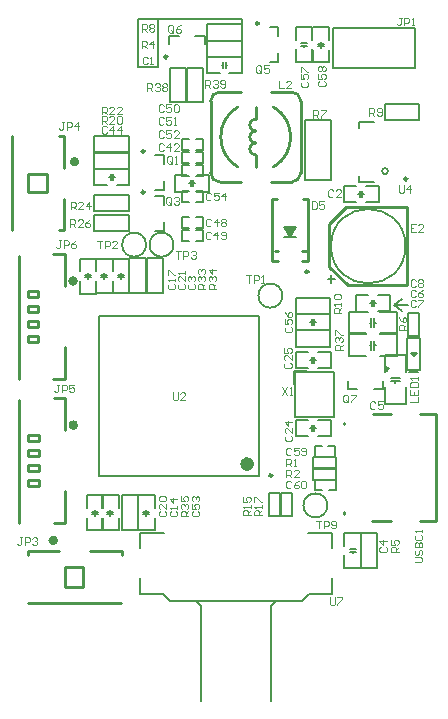
<source format=gto>
G04*
G04 #@! TF.GenerationSoftware,Altium Limited,Altium Designer,23.5.1 (21)*
G04*
G04 Layer_Color=65535*
%FSLAX44Y44*%
%MOMM*%
G71*
G04*
G04 #@! TF.SameCoordinates,D8F5AE86-2F01-4A25-AC6E-D886633190FF*
G04*
G04*
G04 #@! TF.FilePolarity,Positive*
G04*
G01*
G75*
%ADD10C,0.2500*%
%ADD11C,0.2540*%
%ADD12C,0.1500*%
%ADD13C,0.2000*%
%ADD14C,0.2032*%
%ADD15C,0.4000*%
%ADD16C,0.6000*%
%ADD17C,0.1524*%
%ADD18C,0.1016*%
D10*
X130701Y465130D02*
G03*
X130701Y465130I-1250J0D01*
G01*
X208182Y493550D02*
G03*
X208182Y493550I-1250J0D01*
G01*
X333860Y361810D02*
G03*
X333860Y361810I-1250J0D01*
G01*
X111400Y385030D02*
G03*
X111400Y385030I-1250J0D01*
G01*
Y350486D02*
G03*
X111400Y350486I-1250J0D01*
G01*
X219466Y110800D02*
G03*
X219466Y110800I-1250J0D01*
G01*
X317700Y201000D02*
G03*
X317700Y201000I-1250J0D01*
G01*
D11*
X220726Y371856D02*
G03*
X220726Y422656I-15240J25400D01*
G01*
X235966Y359156D02*
G03*
X243586Y366776I0J7620D01*
G01*
Y427736D02*
G03*
X235966Y435356I-7620J0D01*
G01*
X167386Y366776D02*
G03*
X175006Y359156I7620J0D01*
G01*
Y435356D02*
G03*
X167386Y427736I0J-7620D01*
G01*
X190246Y422656D02*
G03*
X190246Y371856I15240J-25400D01*
G01*
X205486Y402336D02*
G03*
X205486Y392176I0J-5080D01*
G01*
Y412496D02*
G03*
X205486Y402336I0J-5080D01*
G01*
Y392176D02*
G03*
X205486Y382016I0J-5080D01*
G01*
X250190Y283210D02*
G03*
X250190Y283210I-1270J0D01*
G01*
X218186Y435356D02*
X235966D01*
X243586Y366776D02*
Y427736D01*
X218186Y359156D02*
X235966D01*
X175006Y435356D02*
X192786D01*
X167386Y366776D02*
Y427736D01*
X175006Y359156D02*
X192786D01*
X205486Y412496D02*
Y422656D01*
Y371856D02*
Y382016D01*
X267736Y323300D02*
X282236Y337800D01*
X333736Y271800D02*
Y337800D01*
X282236D02*
X333736D01*
X267736Y287300D02*
Y323300D01*
Y287300D02*
X283236Y271800D01*
X333736D01*
X250190Y292100D02*
Y344500D01*
X219710D02*
X223900D01*
X219710Y292100D02*
Y344500D01*
X245750D02*
X250190D01*
X219710Y292100D02*
X224790D01*
X221450Y300990D02*
X224790D01*
X245110Y292100D02*
X250190D01*
X245110Y300990D02*
X248450D01*
X234950Y314452D02*
X237998Y320802D01*
X231902Y320040D02*
X234950Y314452D01*
X231902Y320040D02*
X235458D01*
X234951Y317271D02*
X235458Y320040D01*
X304384Y162415D02*
X319800D01*
X344383D02*
X358092D01*
X304321Y71840D02*
X319864D01*
X279842Y155027D02*
Y155405D01*
Y154152D02*
Y155027D01*
Y78275D02*
Y79529D01*
X358092Y71840D02*
Y162415D01*
X344319Y71840D02*
X358092D01*
X44172Y32854D02*
X59412D01*
Y16344D02*
Y32854D01*
X44172Y16344D02*
X59412D01*
X44172D02*
Y32854D01*
X12746Y2954D02*
X91816D01*
X12476Y43014D02*
Y46570D01*
X39146D01*
X65592D02*
X92262D01*
Y43014D02*
Y46570D01*
X34544Y176098D02*
X44450D01*
Y149428D02*
Y176098D01*
X12954Y102000D02*
X21844D01*
Y107080D01*
X12954D02*
X21844D01*
X12954Y102000D02*
Y107080D01*
Y114500D02*
X21844D01*
Y119580D01*
X12954D02*
X21844D01*
X12954Y114500D02*
Y119580D01*
Y127000D02*
X21844D01*
Y132080D01*
X12954D02*
X21844D01*
X12954Y127000D02*
Y132080D01*
Y139500D02*
Y144580D01*
X21844D01*
Y139500D02*
Y144580D01*
X12954Y139500D02*
X21844D01*
X5334Y70482D02*
Y174552D01*
X34544Y70482D02*
X44450D01*
Y97152D01*
X34290Y298126D02*
X44196D01*
Y271456D02*
Y298126D01*
X12700Y224028D02*
X21590D01*
Y229108D01*
X12700D02*
X21590D01*
X12700Y224028D02*
Y229108D01*
Y236528D02*
X21590D01*
Y241608D01*
X12700D02*
X21590D01*
X12700Y236528D02*
Y241608D01*
Y249028D02*
X21590D01*
Y254108D01*
X12700D02*
X21590D01*
X12700Y249028D02*
Y254108D01*
Y261528D02*
Y266608D01*
X21590D01*
Y261528D02*
Y266608D01*
X12700Y261528D02*
X21590D01*
X5080Y192510D02*
Y296580D01*
X34290Y192510D02*
X44196D01*
Y219180D01*
X29210Y351036D02*
Y366276D01*
X12700Y351036D02*
X29210D01*
X12700D02*
Y366276D01*
X29210D01*
X-690Y318632D02*
Y397702D01*
X39370Y397972D02*
X42926D01*
Y371302D02*
Y397972D01*
Y318186D02*
Y344856D01*
X39370Y318186D02*
X42926D01*
D12*
X317500Y368300D02*
G03*
X317500Y368300I-2540J0D01*
G01*
X238760Y198120D02*
X271780D01*
X238760Y160020D02*
Y198120D01*
Y160020D02*
X271780D01*
Y198120D01*
D13*
X332236Y304800D02*
G03*
X332236Y304800I-31500J0D01*
G01*
X154451Y482630D02*
X162451D01*
Y475630D02*
Y482630D01*
X132451D02*
X140451D01*
X132451Y475630D02*
Y482630D01*
X224432Y460550D02*
Y468550D01*
X217432Y460550D02*
X224432D01*
Y482550D02*
Y490550D01*
X217432D02*
X224432D01*
X293370Y359410D02*
X306070D01*
X293370D02*
Y364490D01*
Y410210D02*
X306070D01*
X293370Y405130D02*
Y410210D01*
X237744Y187960D02*
Y199390D01*
X237998D02*
X249174D01*
X127650Y352030D02*
Y360030D01*
X120650Y352030D02*
X127650D01*
Y374030D02*
Y382030D01*
X120650D02*
X127650D01*
Y317486D02*
Y325486D01*
X120650Y317486D02*
X127650D01*
Y339486D02*
Y347486D01*
X120650D02*
X127650D01*
X73216Y245300D02*
X208216D01*
X73216Y110300D02*
X208216D01*
X73216D02*
Y245300D01*
X208216Y110300D02*
Y245300D01*
X283450Y183500D02*
X291450D01*
X283450D02*
Y190500D01*
X305450Y183500D02*
X313450D01*
Y190500D01*
X340398Y455422D02*
Y489712D01*
X270618D02*
X340398D01*
X270618Y455422D02*
Y489712D01*
Y455422D02*
X340398D01*
D14*
X228092Y262890D02*
G03*
X228092Y262890I-10160J0D01*
G01*
X266192Y85344D02*
G03*
X266192Y85344I-10160J0D01*
G01*
X135890Y306070D02*
G03*
X135890Y306070I-10160J0D01*
G01*
X112693D02*
G03*
X112693Y306070I-10160J0D01*
G01*
X314706Y212344D02*
X332994D01*
X314706Y171196D02*
X332994D01*
Y197866D02*
Y212344D01*
X314706Y197866D02*
Y212344D01*
X332994Y171196D02*
Y185674D01*
X314706Y171196D02*
Y185674D01*
X325374Y211836D02*
Y230124D01*
X284226Y211836D02*
Y230124D01*
X310896Y211836D02*
X325374D01*
X310896Y230124D02*
X325374D01*
X284226Y211836D02*
X298704D01*
X284226Y230124D02*
X298704D01*
X325374Y230886D02*
Y249174D01*
X284226Y230886D02*
Y249174D01*
X310896Y230886D02*
X325374D01*
X310896Y249174D02*
X325374D01*
X284226Y230886D02*
X298704D01*
X284226Y249174D02*
X298704D01*
X247142Y360426D02*
Y411226D01*
X269494Y360426D02*
Y411226D01*
X247142Y360426D02*
X269494D01*
X247142Y411226D02*
X269494D01*
X234950Y312560D02*
X240030Y321450D01*
X229870D02*
X240030D01*
X229870D02*
X234950Y312560D01*
X229870D02*
X240030D01*
D15*
X36066Y55714D02*
G03*
X36066Y55714I-2000J0D01*
G01*
X53054Y153324D02*
G03*
X53054Y153324I-2000J0D01*
G01*
X52800Y275352D02*
G03*
X52800Y275352I-2000J0D01*
G01*
X54070Y376382D02*
G03*
X54070Y376382I-2000J0D01*
G01*
D16*
X201216Y120300D02*
G03*
X201216Y120300I-3000J0D01*
G01*
D17*
X226973Y95527D02*
X236625D01*
X226973Y76223D02*
Y95527D01*
Y76223D02*
X236625D01*
Y95527D01*
X216662Y95504D02*
X226314D01*
X216662Y76200D02*
Y95504D01*
Y76200D02*
X226314D01*
Y95504D01*
X322834Y254762D02*
X329692Y249936D01*
X322834Y254762D02*
X329438Y260096D01*
X322834Y254762D02*
X334772D01*
X323850Y193040D02*
Y194310D01*
Y189230D02*
Y190500D01*
X320040D02*
X327660D01*
X320040Y193040D02*
X327660D01*
X335280Y197866D02*
X342900D01*
X333247Y226822D02*
X344931D01*
X333247Y199898D02*
Y226822D01*
X339153Y211836D02*
X341693Y214376D01*
X336613D02*
X339153Y211836D01*
X336613Y214376D02*
X341693D01*
X333247Y199898D02*
X344931D01*
Y226822D01*
X334264Y248082D02*
X343916D01*
X334264Y228778D02*
Y248082D01*
Y228778D02*
X343916D01*
Y248082D01*
X306070Y220980D02*
X307340D01*
X302260D02*
X303530D01*
Y217170D02*
Y224790D01*
X306070Y217170D02*
Y224790D01*
Y240030D02*
X307340D01*
X302260D02*
X303530D01*
Y236220D02*
Y243840D01*
X306070Y236220D02*
Y243840D01*
X305816Y254000D02*
Y259080D01*
X303784Y254000D02*
Y259080D01*
X302514Y256540D02*
X303784D01*
X305816D02*
X307086D01*
X319550Y249682D02*
Y263398D01*
X290050Y249682D02*
Y263398D01*
X308864Y249682D02*
X319532D01*
X308864Y263398D02*
X319532D01*
X290068Y249428D02*
X300736D01*
X290068Y263398D02*
X300736D01*
X193951Y492648D02*
Y496824D01*
X122936Y456184D02*
Y496570D01*
X105918Y456184D02*
X122936D01*
X105918Y496824D02*
X193951D01*
X105918Y456184D02*
Y496824D01*
X258072Y474280D02*
X263152D01*
X258072Y476312D02*
X263152D01*
X260612D02*
Y477582D01*
Y473010D02*
Y474280D01*
X253754Y460546D02*
X267470D01*
X253754Y490046D02*
X267470D01*
X253754Y460564D02*
Y471232D01*
X267470Y460564D02*
Y471232D01*
X253500Y479360D02*
Y490028D01*
X267470Y479360D02*
Y490028D01*
X244102Y474409D02*
X249182D01*
X244102Y476441D02*
X249182D01*
X246642D02*
Y477711D01*
Y473139D02*
Y474409D01*
X239784Y460675D02*
X253500D01*
X239784Y490175D02*
X253500D01*
X239784Y460693D02*
Y471361D01*
X253500Y460693D02*
Y471361D01*
X239530Y479489D02*
Y490157D01*
X253500Y479489D02*
Y490157D01*
X164451Y492648D02*
X193951D01*
X164451Y478932D02*
Y492648D01*
Y478932D02*
X193951D01*
Y492648D01*
X164320Y478758D02*
X193820D01*
X164320Y465042D02*
Y478758D01*
Y465042D02*
X193820D01*
Y478758D01*
X178057Y455390D02*
Y460470D01*
X180089Y455390D02*
Y460470D01*
Y457930D02*
X181359D01*
X176786D02*
X178057D01*
X164322Y451072D02*
Y464788D01*
X193822Y451072D02*
Y464788D01*
X164340D02*
X175009D01*
X164340Y451072D02*
X175009D01*
X183137Y465042D02*
X193804D01*
X183137Y451072D02*
X193804D01*
X314559Y411734D02*
X344059D01*
Y425450D01*
X314559D02*
X344059D01*
X314559Y411734D02*
Y425450D01*
X295785Y346710D02*
Y351790D01*
X293753Y346710D02*
Y351790D01*
X292483Y349250D02*
X293753D01*
X295785D02*
X297055D01*
X309519Y342392D02*
Y356108D01*
X280019Y342392D02*
Y356108D01*
X298833Y342392D02*
X309501D01*
X298833Y356108D02*
X309501D01*
X280037Y342138D02*
X290705D01*
X280037Y356108D02*
X290705D01*
X266446Y277050D02*
X272446D01*
X269486Y274010D02*
Y280050D01*
X239309Y261239D02*
X268809D01*
X239309Y247523D02*
Y261239D01*
Y247523D02*
X268809D01*
Y261239D01*
X239250Y219710D02*
X268750D01*
Y233426D01*
X239250D02*
X268750D01*
X239250Y219710D02*
Y233426D01*
X252984Y237998D02*
Y243078D01*
X255016Y237998D02*
Y243078D01*
Y240538D02*
X256286D01*
X251714D02*
X252984D01*
X239250Y233680D02*
Y247396D01*
X268750Y233680D02*
Y247396D01*
X239268D02*
X249936D01*
X239268Y233680D02*
X249936D01*
X258064Y247650D02*
X268732D01*
X258064Y233680D02*
X268732D01*
X253115Y205740D02*
Y210820D01*
X255147Y205740D02*
Y210820D01*
Y208280D02*
X256417D01*
X251845D02*
X253115D01*
X239381Y201422D02*
Y215138D01*
X268881Y201422D02*
Y215138D01*
X239399D02*
X250067D01*
X239399Y201422D02*
X250067D01*
X258195Y215392D02*
X268863D01*
X258195Y201422D02*
X268863D01*
X255145Y148590D02*
Y153670D01*
X253113Y148590D02*
Y153670D01*
X251843Y151130D02*
X253113D01*
X255145D02*
X256415D01*
X268879Y144272D02*
Y157988D01*
X239379Y144272D02*
Y157988D01*
X258193Y144272D02*
X268861D01*
X258193Y157988D02*
X268861D01*
X239397Y144018D02*
X250065D01*
X239397Y157988D02*
X250065D01*
X255383Y126208D02*
Y135351D01*
X272883Y126208D02*
Y135351D01*
X266927D02*
X272883D01*
X255383Y126208D02*
X261339D01*
X266927D02*
X272882D01*
X255383Y135351D02*
X261339D01*
X273490Y116396D02*
Y126048D01*
X254186D02*
X273490D01*
X254186Y116396D02*
Y126048D01*
Y116396D02*
X273490D01*
X273558Y106934D02*
Y116586D01*
X254254D02*
X273558D01*
X254254Y106934D02*
Y116586D01*
Y106934D02*
X273558D01*
X273233Y97989D02*
Y107133D01*
X255733Y97989D02*
Y107133D01*
Y97989D02*
X261689D01*
X267277Y107133D02*
X273233D01*
X255733D02*
X261689D01*
X267277Y97989D02*
X273233D01*
X222608Y3976D02*
X224728D01*
X218787Y155D02*
X222608Y3976D01*
X218787Y-80264D02*
Y155D01*
X158787Y-80264D02*
Y-67183D01*
X154878Y3976D02*
X158787Y67D01*
Y-187D02*
Y67D01*
X153608Y3976D02*
X154458D01*
X158787Y-67183D02*
Y-187D01*
X107818Y9906D02*
X107888Y9976D01*
X127014D01*
X133014Y3976D01*
X244452D01*
X243016D02*
X244452D01*
X250452Y9976D01*
X250636D01*
X269564D01*
X269748D02*
Y24130D01*
X107818Y9976D02*
Y24130D01*
X249682Y61976D02*
X269880D01*
X107818D02*
X128016D01*
X269880Y49530D02*
Y61976D01*
X107818Y49530D02*
Y61976D01*
X284988Y46228D02*
X290068D01*
X284988Y48260D02*
X290068D01*
X287528D02*
Y49530D01*
Y44958D02*
Y46228D01*
X280670Y32494D02*
X294386D01*
X280670Y61994D02*
X294386D01*
X280670Y32512D02*
Y43180D01*
X294386Y32512D02*
Y43180D01*
X280416Y51308D02*
Y61976D01*
X294386Y51308D02*
Y61976D01*
X308356Y32494D02*
Y61994D01*
X294640D02*
X308356D01*
X294640Y32494D02*
Y61994D01*
Y32494D02*
X308356D01*
X80010Y80010D02*
X85090D01*
X80010Y77978D02*
X85090D01*
X82550Y76708D02*
Y77978D01*
Y80010D02*
Y81280D01*
X75692Y93744D02*
X89408D01*
X75692Y64244D02*
X89408D01*
Y83058D02*
Y93726D01*
X75692Y83058D02*
Y93726D01*
X89662Y64262D02*
Y74930D01*
X75692Y64262D02*
Y74930D01*
X66802Y80010D02*
X71882D01*
X66802Y77978D02*
X71882D01*
X69342Y76708D02*
Y77978D01*
Y80010D02*
Y81280D01*
X62484Y93744D02*
X76200D01*
X62484Y64244D02*
X76200D01*
Y83058D02*
Y93726D01*
X62484Y83058D02*
Y93726D01*
X76454Y64262D02*
Y74930D01*
X62484Y64262D02*
Y74930D01*
X105918Y64244D02*
Y93744D01*
X92202D02*
X105918D01*
X92202Y64244D02*
Y93744D01*
Y64244D02*
X105918D01*
X110490Y80010D02*
X115570D01*
X110490Y77978D02*
X115570D01*
X113030Y76708D02*
Y77978D01*
Y80010D02*
Y81280D01*
X106172Y93744D02*
X119888D01*
X106172Y64244D02*
X119888D01*
Y83058D02*
Y93726D01*
X106172Y83058D02*
Y93726D01*
X120142Y64262D02*
Y74930D01*
X106172Y64262D02*
Y74930D01*
X160659Y426461D02*
Y455961D01*
X146943D02*
X160659D01*
X146943Y426461D02*
Y455961D01*
Y426461D02*
X160659D01*
X132973D02*
Y455961D01*
Y426461D02*
X146689D01*
Y455961D01*
X132973D02*
X146689D01*
X160740Y375198D02*
Y384342D01*
X143240Y375198D02*
Y384342D01*
Y375198D02*
X149196D01*
X154784Y384342D02*
X160740D01*
X143240D02*
X149196D01*
X154784Y375198D02*
X160740D01*
X160723Y386133D02*
Y395277D01*
X143223Y386133D02*
Y395277D01*
Y386133D02*
X149179D01*
X154767Y395277D02*
X160722D01*
X143223D02*
X149179D01*
X154767Y386133D02*
X160722D01*
X160740Y364198D02*
Y373342D01*
X143240Y364198D02*
Y373342D01*
Y364198D02*
X149196D01*
X154784Y373342D02*
X160740D01*
X143240D02*
X149196D01*
X154784Y364198D02*
X160740D01*
X152523Y355346D02*
Y360426D01*
X150491Y355346D02*
Y360426D01*
X149221Y357886D02*
X150491D01*
X152523D02*
X153793D01*
X166257Y351028D02*
Y364744D01*
X136757Y351028D02*
Y364744D01*
X155571Y351028D02*
X166239D01*
X155571Y364744D02*
X166239D01*
X136775Y350774D02*
X147443D01*
X136775Y364744D02*
X147443D01*
X160740Y342198D02*
Y351342D01*
X143240Y342198D02*
Y351342D01*
Y342198D02*
X149196D01*
X154784Y351342D02*
X160740D01*
X143240D02*
X149196D01*
X154784Y342198D02*
X160740D01*
X160740Y320198D02*
Y329342D01*
X143240Y320198D02*
Y329342D01*
Y320198D02*
X149196D01*
X154784Y329342D02*
X160740D01*
X143240D02*
X149196D01*
X154784Y320198D02*
X160740D01*
X160570Y309118D02*
Y318262D01*
X143070Y309118D02*
Y318262D01*
Y309118D02*
X149026D01*
X154614Y318262D02*
X160570D01*
X143070D02*
X149026D01*
X154614Y309118D02*
X160570D01*
X127000Y265158D02*
Y294658D01*
X113284D02*
X127000D01*
X113284Y265158D02*
Y294658D01*
Y265158D02*
X127000D01*
X112268Y264904D02*
Y294404D01*
X98552D02*
X112268D01*
X98552Y264904D02*
Y294404D01*
Y264904D02*
X112268D01*
X88900Y278515D02*
X93980D01*
X88900Y280547D02*
X93980D01*
X91440D02*
Y281817D01*
Y277245D02*
Y278515D01*
X84582Y264781D02*
X98298D01*
X84582Y294281D02*
X98298D01*
X84582Y264799D02*
Y275467D01*
X98298Y264799D02*
Y275467D01*
X84328Y283595D02*
Y294263D01*
X98298Y283595D02*
Y294263D01*
X74930Y278515D02*
X80010D01*
X74930Y280547D02*
X80010D01*
X77470D02*
Y281817D01*
Y277245D02*
Y278515D01*
X70612Y264781D02*
X84328D01*
X70612Y294281D02*
X84328D01*
X70612Y264799D02*
Y275467D01*
X84328Y264799D02*
Y275467D01*
X70358Y283595D02*
Y294263D01*
X84328Y283595D02*
Y294263D01*
X60960Y278384D02*
X66040D01*
X60960Y280416D02*
X66040D01*
X63500D02*
Y281686D01*
Y277114D02*
Y278384D01*
X56642Y264650D02*
X70358D01*
X56642Y294150D02*
X70358D01*
X56642Y264668D02*
Y275336D01*
X70358Y264668D02*
Y275336D01*
X56388Y283464D02*
Y294132D01*
X70358Y283464D02*
Y294132D01*
X68941Y317754D02*
X98441D01*
Y331470D01*
X68941D02*
X98441D01*
X68941Y317754D02*
Y331470D01*
X68939Y347980D02*
X98439D01*
X68939Y334264D02*
Y347980D01*
Y334264D02*
X98439D01*
Y347980D01*
X82675Y360680D02*
Y365760D01*
X84707Y360680D02*
Y365760D01*
Y363220D02*
X85977D01*
X81405D02*
X82675D01*
X68941Y356362D02*
Y370078D01*
X98441Y356362D02*
Y370078D01*
X68959D02*
X79627D01*
X68959Y356362D02*
X79627D01*
X87755Y370332D02*
X98423D01*
X87755Y356362D02*
X98423D01*
X68941Y384048D02*
X98441D01*
X68941Y370332D02*
Y384048D01*
Y370332D02*
X98441D01*
Y384048D01*
X68941Y398018D02*
X98441D01*
X68941Y384302D02*
Y398018D01*
Y384302D02*
X98441D01*
Y398018D01*
D18*
X210769Y76833D02*
X204421D01*
Y80007D01*
X205479Y81065D01*
X207595D01*
X208653Y80007D01*
Y76833D01*
Y78949D02*
X210769Y81065D01*
Y83181D02*
Y85297D01*
Y84239D01*
X204421D01*
X205479Y83181D01*
X204421Y88471D02*
Y92703D01*
X205479D01*
X209711Y88471D01*
X210769D01*
X201117Y76821D02*
X194769D01*
Y79995D01*
X195827Y81053D01*
X197943D01*
X199001Y79995D01*
Y76821D01*
Y78937D02*
X201117Y81053D01*
Y83169D02*
Y85285D01*
Y84227D01*
X194769D01*
X195827Y83169D01*
X194769Y92691D02*
Y88459D01*
X197943D01*
X196885Y90575D01*
Y91633D01*
X197943Y92691D01*
X200059D01*
X201117Y91633D01*
Y89517D01*
X200059Y88459D01*
X256712Y72262D02*
X260944D01*
X258828D01*
Y65914D01*
X263060D02*
Y72262D01*
X266234D01*
X267292Y71204D01*
Y69088D01*
X266234Y68030D01*
X263060D01*
X269408Y66972D02*
X270466Y65914D01*
X272582D01*
X273640Y66972D01*
Y71204D01*
X272582Y72262D01*
X270466D01*
X269408Y71204D01*
Y70146D01*
X270466Y69088D01*
X273640D01*
X283930Y173906D02*
Y178138D01*
X282872Y179196D01*
X280756D01*
X279698Y178138D01*
Y173906D01*
X280756Y172848D01*
X282872D01*
X281814Y174964D02*
X283930Y172848D01*
X282872D02*
X283930Y173906D01*
X286046Y179196D02*
X290278D01*
Y178138D01*
X286046Y173906D01*
Y172848D01*
X235594Y105015D02*
X234536Y106073D01*
X232420D01*
X231362Y105015D01*
Y100783D01*
X232420Y99725D01*
X234536D01*
X235594Y100783D01*
X241942Y106073D02*
X239826Y105015D01*
X237710Y102899D01*
Y100783D01*
X238768Y99725D01*
X240884D01*
X241942Y100783D01*
Y101841D01*
X240884Y102899D01*
X237710D01*
X244058Y105015D02*
X245116Y106073D01*
X247232D01*
X248290Y105015D01*
Y100783D01*
X247232Y99725D01*
X245116D01*
X244058Y100783D01*
Y105015D01*
X235594Y133209D02*
X234536Y134267D01*
X232420D01*
X231362Y133209D01*
Y128977D01*
X232420Y127919D01*
X234536D01*
X235594Y128977D01*
X241942Y134267D02*
X237710D01*
Y131093D01*
X239826Y132151D01*
X240884D01*
X241942Y131093D01*
Y128977D01*
X240884Y127919D01*
X238768D01*
X237710Y128977D01*
X244058D02*
X245116Y127919D01*
X247232D01*
X248290Y128977D01*
Y133209D01*
X247232Y134267D01*
X245116D01*
X244058Y133209D01*
Y132151D01*
X245116Y131093D01*
X248290D01*
X329312Y498220D02*
X327196D01*
X328254D01*
Y492930D01*
X327196Y491872D01*
X326138D01*
X325080Y492930D01*
X331428Y491872D02*
Y498220D01*
X334602D01*
X335660Y497162D01*
Y495046D01*
X334602Y493988D01*
X331428D01*
X337776Y491872D02*
X339892D01*
X338834D01*
Y498220D01*
X337776Y497162D01*
X252774Y342772D02*
Y336424D01*
X255948D01*
X257006Y337482D01*
Y341714D01*
X255948Y342772D01*
X252774D01*
X263354D02*
X259122D01*
Y339598D01*
X261238Y340656D01*
X262296D01*
X263354Y339598D01*
Y337482D01*
X262296Y336424D01*
X260180D01*
X259122Y337482D01*
X162986Y439040D02*
Y445388D01*
X166160D01*
X167218Y444330D01*
Y442214D01*
X166160Y441156D01*
X162986D01*
X165102D02*
X167218Y439040D01*
X169334Y444330D02*
X170392Y445388D01*
X172508D01*
X173566Y444330D01*
Y443272D01*
X172508Y442214D01*
X171450D01*
X172508D01*
X173566Y441156D01*
Y440098D01*
X172508Y439040D01*
X170392D01*
X169334Y440098D01*
X175682D02*
X176740Y439040D01*
X178856D01*
X179914Y440098D01*
Y444330D01*
X178856Y445388D01*
X176740D01*
X175682Y444330D01*
Y443272D01*
X176740Y442214D01*
X179914D01*
X113710Y436246D02*
Y442594D01*
X116884D01*
X117942Y441536D01*
Y439420D01*
X116884Y438362D01*
X113710D01*
X115826D02*
X117942Y436246D01*
X120058Y441536D02*
X121116Y442594D01*
X123232D01*
X124290Y441536D01*
Y440478D01*
X123232Y439420D01*
X122174D01*
X123232D01*
X124290Y438362D01*
Y437304D01*
X123232Y436246D01*
X121116D01*
X120058Y437304D01*
X126406Y441536D02*
X127464Y442594D01*
X129580D01*
X130638Y441536D01*
Y440478D01*
X129580Y439420D01*
X130638Y438362D01*
Y437304D01*
X129580Y436246D01*
X127464D01*
X126406Y437304D01*
Y438362D01*
X127464Y439420D01*
X126406Y440478D01*
Y441536D01*
X127464Y439420D02*
X129580D01*
X135848Y486580D02*
Y490812D01*
X134790Y491870D01*
X132674D01*
X131616Y490812D01*
Y486580D01*
X132674Y485522D01*
X134790D01*
X133732Y487638D02*
X135848Y485522D01*
X134790D02*
X135848Y486580D01*
X142196Y491870D02*
X140080Y490812D01*
X137964Y488696D01*
Y486580D01*
X139022Y485522D01*
X141138D01*
X142196Y486580D01*
Y487638D01*
X141138Y488696D01*
X137964D01*
X210270Y452544D02*
Y456776D01*
X209212Y457834D01*
X207096D01*
X206038Y456776D01*
Y452544D01*
X207096Y451486D01*
X209212D01*
X208154Y453602D02*
X210270Y451486D01*
X209212D02*
X210270Y452544D01*
X216618Y457834D02*
X212386D01*
Y454660D01*
X214502Y455718D01*
X215560D01*
X216618Y454660D01*
Y452544D01*
X215560Y451486D01*
X213444D01*
X212386Y452544D01*
X259504Y444332D02*
X258446Y443274D01*
Y441158D01*
X259504Y440100D01*
X263736D01*
X264794Y441158D01*
Y443274D01*
X263736Y444332D01*
X258446Y450680D02*
Y446448D01*
X261620D01*
X260562Y448564D01*
Y449622D01*
X261620Y450680D01*
X263736D01*
X264794Y449622D01*
Y447506D01*
X263736Y446448D01*
X259504Y452796D02*
X258446Y453854D01*
Y455970D01*
X259504Y457028D01*
X260562D01*
X261620Y455970D01*
X262678Y457028D01*
X263736D01*
X264794Y455970D01*
Y453854D01*
X263736Y452796D01*
X262678D01*
X261620Y453854D01*
X260562Y452796D01*
X259504D01*
X261620Y453854D02*
Y455970D01*
X244518Y444078D02*
X243460Y443020D01*
Y440904D01*
X244518Y439846D01*
X248750D01*
X249808Y440904D01*
Y443020D01*
X248750Y444078D01*
X243460Y450426D02*
Y446194D01*
X246634D01*
X245576Y448310D01*
Y449368D01*
X246634Y450426D01*
X248750D01*
X249808Y449368D01*
Y447252D01*
X248750Y446194D01*
X243460Y452542D02*
Y456774D01*
X244518D01*
X248750Y452542D01*
X249808D01*
X228178Y185546D02*
X232410Y179198D01*
Y185546D02*
X228178Y179198D01*
X234526D02*
X236642D01*
X235584D01*
Y185546D01*
X234526Y184488D01*
X340234Y37046D02*
X345524D01*
X346582Y38104D01*
Y40220D01*
X345524Y41278D01*
X340234D01*
X341292Y47626D02*
X340234Y46568D01*
Y44452D01*
X341292Y43394D01*
X342350D01*
X343408Y44452D01*
Y46568D01*
X344466Y47626D01*
X345524D01*
X346582Y46568D01*
Y44452D01*
X345524Y43394D01*
X340234Y49742D02*
X346582D01*
Y52916D01*
X345524Y53974D01*
X344466D01*
X343408Y52916D01*
Y49742D01*
Y52916D01*
X342350Y53974D01*
X341292D01*
X340234Y52916D01*
Y49742D01*
X341292Y60322D02*
X340234Y59264D01*
Y57148D01*
X341292Y56090D01*
X345524D01*
X346582Y57148D01*
Y59264D01*
X345524Y60322D01*
X346582Y62438D02*
Y64554D01*
Y63496D01*
X340234D01*
X341292Y62438D01*
X268268Y7492D02*
Y2202D01*
X269326Y1144D01*
X271442D01*
X272500Y2202D01*
Y7492D01*
X274616D02*
X278848D01*
Y6434D01*
X274616Y2202D01*
Y1144D01*
X326688Y356488D02*
Y351198D01*
X327746Y350140D01*
X329862D01*
X330920Y351198D01*
Y356488D01*
X336210Y350140D02*
Y356488D01*
X333036Y353314D01*
X337268D01*
X135382Y181100D02*
Y175810D01*
X136440Y174752D01*
X138556D01*
X139614Y175810D01*
Y181100D01*
X145962Y174752D02*
X141730D01*
X145962Y178984D01*
Y180042D01*
X144904Y181100D01*
X142788D01*
X141730Y180042D01*
X137840Y300608D02*
X142072D01*
X139956D01*
Y294260D01*
X144188D02*
Y300608D01*
X147362D01*
X148420Y299550D01*
Y297434D01*
X147362Y296376D01*
X144188D01*
X150536Y299550D02*
X151594Y300608D01*
X153710D01*
X154768Y299550D01*
Y298492D01*
X153710Y297434D01*
X152652D01*
X153710D01*
X154768Y296376D01*
Y295318D01*
X153710Y294260D01*
X151594D01*
X150536Y295318D01*
X71546Y309244D02*
X75778D01*
X73662D01*
Y302896D01*
X77894D02*
Y309244D01*
X81068D01*
X82126Y308186D01*
Y306070D01*
X81068Y305012D01*
X77894D01*
X88474Y302896D02*
X84242D01*
X88474Y307128D01*
Y308186D01*
X87416Y309244D01*
X85300D01*
X84242Y308186D01*
X197572Y280034D02*
X201804D01*
X199688D01*
Y273686D01*
X203920D02*
Y280034D01*
X207094D01*
X208152Y278976D01*
Y276860D01*
X207094Y275802D01*
X203920D01*
X210268Y273686D02*
X212384D01*
X211326D01*
Y280034D01*
X210268Y278976D01*
X279018Y217088D02*
X272670D01*
Y220262D01*
X273728Y221320D01*
X275844D01*
X276902Y220262D01*
Y217088D01*
Y219204D02*
X279018Y221320D01*
X273728Y223436D02*
X272670Y224494D01*
Y226610D01*
X273728Y227668D01*
X274786D01*
X275844Y226610D01*
Y225552D01*
Y226610D01*
X276902Y227668D01*
X277960D01*
X279018Y226610D01*
Y224494D01*
X277960Y223436D01*
X272670Y229784D02*
Y234016D01*
X273728D01*
X277960Y229784D01*
X279018D01*
X148462Y76118D02*
X142114D01*
Y79292D01*
X143172Y80350D01*
X145288D01*
X146346Y79292D01*
Y76118D01*
Y78234D02*
X148462Y80350D01*
X143172Y82466D02*
X142114Y83524D01*
Y85640D01*
X143172Y86698D01*
X144230D01*
X145288Y85640D01*
Y84582D01*
Y85640D01*
X146346Y86698D01*
X147404D01*
X148462Y85640D01*
Y83524D01*
X147404Y82466D01*
X142114Y93046D02*
Y88814D01*
X145288D01*
X144230Y90930D01*
Y91988D01*
X145288Y93046D01*
X147404D01*
X148462Y91988D01*
Y89872D01*
X147404Y88814D01*
X172084Y268671D02*
X165736D01*
Y271845D01*
X166794Y272903D01*
X168910D01*
X169968Y271845D01*
Y268671D01*
Y270787D02*
X172084Y272903D01*
X166794Y275019D02*
X165736Y276077D01*
Y278193D01*
X166794Y279251D01*
X167852D01*
X168910Y278193D01*
Y277135D01*
Y278193D01*
X169968Y279251D01*
X171026D01*
X172084Y278193D01*
Y276077D01*
X171026Y275019D01*
X172084Y284541D02*
X165736D01*
X168910Y281367D01*
Y285599D01*
X162686Y268671D02*
X156338D01*
Y271845D01*
X157396Y272903D01*
X159512D01*
X160570Y271845D01*
Y268671D01*
Y270787D02*
X162686Y272903D01*
X157396Y275019D02*
X156338Y276077D01*
Y278193D01*
X157396Y279251D01*
X158454D01*
X159512Y278193D01*
Y277135D01*
Y278193D01*
X160570Y279251D01*
X161628D01*
X162686Y278193D01*
Y276077D01*
X161628Y275019D01*
X157396Y281367D02*
X156338Y282425D01*
Y284541D01*
X157396Y285599D01*
X158454D01*
X159512Y284541D01*
Y283483D01*
Y284541D01*
X160570Y285599D01*
X161628D01*
X162686Y284541D01*
Y282425D01*
X161628Y281367D01*
X48686Y321184D02*
Y327532D01*
X51860D01*
X52918Y326474D01*
Y324358D01*
X51860Y323300D01*
X48686D01*
X50802D02*
X52918Y321184D01*
X59266D02*
X55034D01*
X59266Y325416D01*
Y326474D01*
X58208Y327532D01*
X56092D01*
X55034Y326474D01*
X65614Y327532D02*
X63498Y326474D01*
X61382Y324358D01*
Y322242D01*
X62440Y321184D01*
X64556D01*
X65614Y322242D01*
Y323300D01*
X64556Y324358D01*
X61382D01*
X48897Y336042D02*
Y342390D01*
X52071D01*
X53129Y341332D01*
Y339216D01*
X52071Y338158D01*
X48897D01*
X51013D02*
X53129Y336042D01*
X59477D02*
X55245D01*
X59477Y340274D01*
Y341332D01*
X58419Y342390D01*
X56303D01*
X55245Y341332D01*
X64767Y336042D02*
Y342390D01*
X61593Y339216D01*
X65825D01*
X75356Y416434D02*
Y422782D01*
X78530D01*
X79588Y421724D01*
Y419608D01*
X78530Y418550D01*
X75356D01*
X77472D02*
X79588Y416434D01*
X85936D02*
X81704D01*
X85936Y420666D01*
Y421724D01*
X84878Y422782D01*
X82762D01*
X81704Y421724D01*
X92284Y416434D02*
X88052D01*
X92284Y420666D01*
Y421724D01*
X91226Y422782D01*
X89110D01*
X88052Y421724D01*
X75356Y408560D02*
Y414908D01*
X78530D01*
X79588Y413850D01*
Y411734D01*
X78530Y410676D01*
X75356D01*
X77472D02*
X79588Y408560D01*
X85936D02*
X81704D01*
X85936Y412792D01*
Y413850D01*
X84878Y414908D01*
X82762D01*
X81704Y413850D01*
X88052D02*
X89110Y414908D01*
X91226D01*
X92284Y413850D01*
Y409618D01*
X91226Y408560D01*
X89110D01*
X88052Y409618D01*
Y413850D01*
X278002Y248097D02*
X271654D01*
Y251271D01*
X272712Y252329D01*
X274828D01*
X275886Y251271D01*
Y248097D01*
Y250213D02*
X278002Y252329D01*
Y254445D02*
Y256561D01*
Y255503D01*
X271654D01*
X272712Y254445D01*
Y259735D02*
X271654Y260793D01*
Y262909D01*
X272712Y263967D01*
X276944D01*
X278002Y262909D01*
Y260793D01*
X276944Y259735D01*
X272712D01*
X301796Y415418D02*
Y421766D01*
X304970D01*
X306028Y420708D01*
Y418592D01*
X304970Y417534D01*
X301796D01*
X303912D02*
X306028Y415418D01*
X308144Y416476D02*
X309202Y415418D01*
X311318D01*
X312376Y416476D01*
Y420708D01*
X311318Y421766D01*
X309202D01*
X308144Y420708D01*
Y419650D01*
X309202Y418592D01*
X312376D01*
X109089Y486522D02*
Y492870D01*
X112263D01*
X113321Y491812D01*
Y489696D01*
X112263Y488638D01*
X109089D01*
X111205D02*
X113321Y486522D01*
X115437Y491812D02*
X116495Y492870D01*
X118611D01*
X119669Y491812D01*
Y490754D01*
X118611Y489696D01*
X119669Y488638D01*
Y487580D01*
X118611Y486522D01*
X116495D01*
X115437Y487580D01*
Y488638D01*
X116495Y489696D01*
X115437Y490754D01*
Y491812D01*
X116495Y489696D02*
X118611D01*
X254298Y413640D02*
Y419988D01*
X257472D01*
X258530Y418930D01*
Y416814D01*
X257472Y415756D01*
X254298D01*
X256414D02*
X258530Y413640D01*
X260646Y419988D02*
X264878D01*
Y418930D01*
X260646Y414698D01*
Y413640D01*
X333120Y233978D02*
X326772D01*
Y237152D01*
X327830Y238210D01*
X329946D01*
X331004Y237152D01*
Y233978D01*
Y236094D02*
X333120Y238210D01*
X326772Y244558D02*
X327830Y242442D01*
X329946Y240326D01*
X332062D01*
X333120Y241384D01*
Y243500D01*
X332062Y244558D01*
X331004D01*
X329946Y243500D01*
Y240326D01*
X326516Y45764D02*
X320168D01*
Y48938D01*
X321226Y49996D01*
X323342D01*
X324400Y48938D01*
Y45764D01*
Y47880D02*
X326516Y49996D01*
X320168Y56344D02*
Y52112D01*
X323342D01*
X322284Y54228D01*
Y55286D01*
X323342Y56344D01*
X325458D01*
X326516Y55286D01*
Y53170D01*
X325458Y52112D01*
X108835Y472552D02*
Y478900D01*
X112009D01*
X113067Y477842D01*
Y475726D01*
X112009Y474668D01*
X108835D01*
X110951D02*
X113067Y472552D01*
X118357D02*
Y478900D01*
X115183Y475726D01*
X119415D01*
X231362Y109123D02*
Y115471D01*
X234536D01*
X235594Y114413D01*
Y112297D01*
X234536Y111239D01*
X231362D01*
X233478D02*
X235594Y109123D01*
X241942D02*
X237710D01*
X241942Y113355D01*
Y114413D01*
X240884Y115471D01*
X238768D01*
X237710Y114413D01*
X231362Y118521D02*
Y124869D01*
X234536D01*
X235594Y123811D01*
Y121695D01*
X234536Y120637D01*
X231362D01*
X233478D02*
X235594Y118521D01*
X237710D02*
X239826D01*
X238768D01*
Y124869D01*
X237710Y123811D01*
X134070Y341038D02*
Y345270D01*
X133012Y346328D01*
X130896D01*
X129838Y345270D01*
Y341038D01*
X130896Y339980D01*
X133012D01*
X131954Y342096D02*
X134070Y339980D01*
X133012D02*
X134070Y341038D01*
X136186Y345270D02*
X137244Y346328D01*
X139360D01*
X140418Y345270D01*
Y344212D01*
X139360Y343154D01*
X138302D01*
X139360D01*
X140418Y342096D01*
Y341038D01*
X139360Y339980D01*
X137244D01*
X136186Y341038D01*
X134874Y375836D02*
Y380068D01*
X133816Y381126D01*
X131700D01*
X130642Y380068D01*
Y375836D01*
X131700Y374778D01*
X133816D01*
X132758Y376894D02*
X134874Y374778D01*
X133816D02*
X134874Y375836D01*
X136990Y374778D02*
X139106D01*
X138048D01*
Y381126D01*
X136990Y380068D01*
X336424Y172808D02*
X342772D01*
Y177040D01*
X336424Y183388D02*
Y179156D01*
X342772D01*
Y183388D01*
X339598Y179156D02*
Y181272D01*
X336424Y185504D02*
X342772D01*
Y188678D01*
X341714Y189736D01*
X337482D01*
X336424Y188678D01*
Y185504D01*
X342772Y191852D02*
Y193968D01*
Y192910D01*
X336424D01*
X337482Y191852D01*
X225088Y444880D02*
Y438532D01*
X229320D01*
X235668D02*
X231436D01*
X235668Y442764D01*
Y443822D01*
X234610Y444880D01*
X232494D01*
X231436Y443822D01*
X40726Y309752D02*
X38610D01*
X39668D01*
Y304462D01*
X38610Y303404D01*
X37552D01*
X36494Y304462D01*
X42842Y303404D02*
Y309752D01*
X46016D01*
X47074Y308694D01*
Y306578D01*
X46016Y305520D01*
X42842D01*
X53422Y309752D02*
X51306Y308694D01*
X49190Y306578D01*
Y304462D01*
X50248Y303404D01*
X52364D01*
X53422Y304462D01*
Y305520D01*
X52364Y306578D01*
X49190D01*
X39202Y187324D02*
X37086D01*
X38144D01*
Y182034D01*
X37086Y180976D01*
X36028D01*
X34970Y182034D01*
X41318Y180976D02*
Y187324D01*
X44492D01*
X45550Y186266D01*
Y184150D01*
X44492Y183092D01*
X41318D01*
X51898Y187324D02*
X47666D01*
Y184150D01*
X49782Y185208D01*
X50840D01*
X51898Y184150D01*
Y182034D01*
X50840Y180976D01*
X48724D01*
X47666Y182034D01*
X43266Y409828D02*
X41150D01*
X42208D01*
Y404538D01*
X41150Y403480D01*
X40092D01*
X39034Y404538D01*
X45382Y403480D02*
Y409828D01*
X48556D01*
X49614Y408770D01*
Y406654D01*
X48556Y405596D01*
X45382D01*
X54904Y403480D02*
Y409828D01*
X51730Y406654D01*
X55962D01*
X7960Y58292D02*
X5844D01*
X6902D01*
Y53002D01*
X5844Y51944D01*
X4786D01*
X3728Y53002D01*
X10076Y51944D02*
Y58292D01*
X13250D01*
X14308Y57234D01*
Y55118D01*
X13250Y54060D01*
X10076D01*
X16424Y57234D02*
X17482Y58292D01*
X19598D01*
X20656Y57234D01*
Y56176D01*
X19598Y55118D01*
X18540D01*
X19598D01*
X20656Y54060D01*
Y53002D01*
X19598Y51944D01*
X17482D01*
X16424Y53002D01*
X341080Y323468D02*
X336848D01*
Y317120D01*
X341080D01*
X336848Y320294D02*
X338964D01*
X347428Y317120D02*
X343196D01*
X347428Y321352D01*
Y322410D01*
X346370Y323468D01*
X344254D01*
X343196Y322410D01*
X231056Y236560D02*
X229998Y235502D01*
Y233386D01*
X231056Y232328D01*
X235288D01*
X236346Y233386D01*
Y235502D01*
X235288Y236560D01*
X229998Y242908D02*
Y238676D01*
X233172D01*
X232114Y240792D01*
Y241850D01*
X233172Y242908D01*
X235288D01*
X236346Y241850D01*
Y239734D01*
X235288Y238676D01*
X229998Y249256D02*
X231056Y247140D01*
X233172Y245024D01*
X235288D01*
X236346Y246082D01*
Y248198D01*
X235288Y249256D01*
X234230D01*
X233172Y248198D01*
Y245024D01*
X167710Y349146D02*
X166652Y350204D01*
X164536D01*
X163478Y349146D01*
Y344914D01*
X164536Y343856D01*
X166652D01*
X167710Y344914D01*
X174058Y350204D02*
X169826D01*
Y347030D01*
X171942Y348088D01*
X173000D01*
X174058Y347030D01*
Y344914D01*
X173000Y343856D01*
X170884D01*
X169826Y344914D01*
X179348Y343856D02*
Y350204D01*
X176174Y347030D01*
X180406D01*
X152570Y80350D02*
X151512Y79292D01*
Y77176D01*
X152570Y76118D01*
X156802D01*
X157860Y77176D01*
Y79292D01*
X156802Y80350D01*
X151512Y86698D02*
Y82466D01*
X154686D01*
X153628Y84582D01*
Y85640D01*
X154686Y86698D01*
X156802D01*
X157860Y85640D01*
Y83524D01*
X156802Y82466D01*
X152570Y88814D02*
X151512Y89872D01*
Y91988D01*
X152570Y93046D01*
X153628D01*
X154686Y91988D01*
Y90930D01*
Y91988D01*
X155744Y93046D01*
X156802D01*
X157860Y91988D01*
Y89872D01*
X156802Y88814D01*
X127578Y401744D02*
X126520Y402802D01*
X124404D01*
X123346Y401744D01*
Y397512D01*
X124404Y396454D01*
X126520D01*
X127578Y397512D01*
X133926Y402802D02*
X129694D01*
Y399628D01*
X131810Y400686D01*
X132868D01*
X133926Y399628D01*
Y397512D01*
X132868Y396454D01*
X130752D01*
X129694Y397512D01*
X140274Y396454D02*
X136042D01*
X140274Y400686D01*
Y401744D01*
X139216Y402802D01*
X137100D01*
X136042Y401744D01*
X127578Y412920D02*
X126520Y413978D01*
X124404D01*
X123346Y412920D01*
Y408688D01*
X124404Y407630D01*
X126520D01*
X127578Y408688D01*
X133926Y413978D02*
X129694D01*
Y410804D01*
X131810Y411862D01*
X132868D01*
X133926Y410804D01*
Y408688D01*
X132868Y407630D01*
X130752D01*
X129694Y408688D01*
X136042Y407630D02*
X138158D01*
X137100D01*
Y413978D01*
X136042Y412920D01*
X127578Y423842D02*
X126520Y424900D01*
X124404D01*
X123346Y423842D01*
Y419610D01*
X124404Y418552D01*
X126520D01*
X127578Y419610D01*
X133926Y424900D02*
X129694D01*
Y421726D01*
X131810Y422784D01*
X132868D01*
X133926Y421726D01*
Y419610D01*
X132868Y418552D01*
X130752D01*
X129694Y419610D01*
X136042Y423842D02*
X137100Y424900D01*
X139216D01*
X140274Y423842D01*
Y419610D01*
X139216Y418552D01*
X137100D01*
X136042Y419610D01*
Y423842D01*
X167456Y316126D02*
X166398Y317184D01*
X164282D01*
X163224Y316126D01*
Y311894D01*
X164282Y310836D01*
X166398D01*
X167456Y311894D01*
X172746Y310836D02*
Y317184D01*
X169572Y314010D01*
X173804D01*
X175920Y311894D02*
X176978Y310836D01*
X179094D01*
X180152Y311894D01*
Y316126D01*
X179094Y317184D01*
X176978D01*
X175920Y316126D01*
Y315068D01*
X176978Y314010D01*
X180152D01*
X167710Y327048D02*
X166652Y328106D01*
X164536D01*
X163478Y327048D01*
Y322816D01*
X164536Y321758D01*
X166652D01*
X167710Y322816D01*
X173000Y321758D02*
Y328106D01*
X169826Y324932D01*
X174058D01*
X176174Y327048D02*
X177232Y328106D01*
X179348D01*
X180406Y327048D01*
Y325990D01*
X179348Y324932D01*
X180406Y323874D01*
Y322816D01*
X179348Y321758D01*
X177232D01*
X176174Y322816D01*
Y323874D01*
X177232Y324932D01*
X176174Y325990D01*
Y327048D01*
X177232Y324932D02*
X179348D01*
X79545Y405308D02*
X78487Y406366D01*
X76371D01*
X75313Y405308D01*
Y401076D01*
X76371Y400018D01*
X78487D01*
X79545Y401076D01*
X84835Y400018D02*
Y406366D01*
X81661Y403192D01*
X85893D01*
X91183Y400018D02*
Y406366D01*
X88009Y403192D01*
X92241D01*
X127578Y390822D02*
X126520Y391880D01*
X124404D01*
X123346Y390822D01*
Y386590D01*
X124404Y385532D01*
X126520D01*
X127578Y386590D01*
X132868Y385532D02*
Y391880D01*
X129694Y388706D01*
X133926D01*
X140274Y385532D02*
X136042D01*
X140274Y389764D01*
Y390822D01*
X139216Y391880D01*
X137100D01*
X136042Y390822D01*
X230548Y206080D02*
X229490Y205022D01*
Y202906D01*
X230548Y201848D01*
X234780D01*
X235838Y202906D01*
Y205022D01*
X234780Y206080D01*
X235838Y212428D02*
Y208196D01*
X231606Y212428D01*
X230548D01*
X229490Y211370D01*
Y209254D01*
X230548Y208196D01*
X229490Y218776D02*
Y214544D01*
X232664D01*
X231606Y216660D01*
Y217718D01*
X232664Y218776D01*
X234780D01*
X235838Y217718D01*
Y215602D01*
X234780Y214544D01*
X231056Y144358D02*
X229998Y143300D01*
Y141184D01*
X231056Y140126D01*
X235288D01*
X236346Y141184D01*
Y143300D01*
X235288Y144358D01*
X236346Y150706D02*
Y146474D01*
X232114Y150706D01*
X231056D01*
X229998Y149648D01*
Y147532D01*
X231056Y146474D01*
X236346Y155996D02*
X229998D01*
X233172Y152822D01*
Y157054D01*
X140600Y272903D02*
X139542Y271845D01*
Y269729D01*
X140600Y268671D01*
X144832D01*
X145890Y269729D01*
Y271845D01*
X144832Y272903D01*
X145890Y279251D02*
Y275019D01*
X141658Y279251D01*
X140600D01*
X139542Y278193D01*
Y276077D01*
X140600Y275019D01*
X145890Y281367D02*
Y283483D01*
Y282425D01*
X139542D01*
X140600Y281367D01*
X124376Y80350D02*
X123318Y79292D01*
Y77176D01*
X124376Y76118D01*
X128608D01*
X129666Y77176D01*
Y79292D01*
X128608Y80350D01*
X129666Y86698D02*
Y82466D01*
X125434Y86698D01*
X124376D01*
X123318Y85640D01*
Y83524D01*
X124376Y82466D01*
Y88814D02*
X123318Y89872D01*
Y91988D01*
X124376Y93046D01*
X128608D01*
X129666Y91988D01*
Y89872D01*
X128608Y88814D01*
X124376D01*
X132218Y272903D02*
X131160Y271845D01*
Y269729D01*
X132218Y268671D01*
X136450D01*
X137508Y269729D01*
Y271845D01*
X136450Y272903D01*
X137508Y275019D02*
Y277135D01*
Y276077D01*
X131160D01*
X132218Y275019D01*
X131160Y280309D02*
Y284541D01*
X132218D01*
X136450Y280309D01*
X137508D01*
X133774Y80350D02*
X132716Y79292D01*
Y77176D01*
X133774Y76118D01*
X138006D01*
X139064Y77176D01*
Y79292D01*
X138006Y80350D01*
X139064Y82466D02*
Y84582D01*
Y83524D01*
X132716D01*
X133774Y82466D01*
X139064Y90930D02*
X132716D01*
X135890Y87756D01*
Y91988D01*
X340826Y275674D02*
X339768Y276732D01*
X337652D01*
X336594Y275674D01*
Y271442D01*
X337652Y270384D01*
X339768D01*
X340826Y271442D01*
X342942Y275674D02*
X344000Y276732D01*
X346116D01*
X347174Y275674D01*
Y274616D01*
X346116Y273558D01*
X347174Y272500D01*
Y271442D01*
X346116Y270384D01*
X344000D01*
X342942Y271442D01*
Y272500D01*
X344000Y273558D01*
X342942Y274616D01*
Y275674D01*
X344000Y273558D02*
X346116D01*
X340826Y258402D02*
X339768Y259460D01*
X337652D01*
X336594Y258402D01*
Y254170D01*
X337652Y253112D01*
X339768D01*
X340826Y254170D01*
X342942Y259460D02*
X347174D01*
Y258402D01*
X342942Y254170D01*
Y253112D01*
X340826Y267038D02*
X339768Y268096D01*
X337652D01*
X336594Y267038D01*
Y262806D01*
X337652Y261748D01*
X339768D01*
X340826Y262806D01*
X347174Y268096D02*
X345058Y267038D01*
X342942Y264922D01*
Y262806D01*
X344000Y261748D01*
X346116D01*
X347174Y262806D01*
Y263864D01*
X346116Y264922D01*
X342942D01*
X306790Y172296D02*
X305732Y173354D01*
X303616D01*
X302558Y172296D01*
Y168064D01*
X303616Y167006D01*
X305732D01*
X306790Y168064D01*
X313138Y173354D02*
X308906D01*
Y170180D01*
X311022Y171238D01*
X312080D01*
X313138Y170180D01*
Y168064D01*
X312080Y167006D01*
X309964D01*
X308906Y168064D01*
X311320Y49996D02*
X310262Y48938D01*
Y46822D01*
X311320Y45764D01*
X315552D01*
X316610Y46822D01*
Y48938D01*
X315552Y49996D01*
X316610Y55286D02*
X310262D01*
X313436Y52112D01*
Y56344D01*
X149014Y272903D02*
X147956Y271845D01*
Y269729D01*
X149014Y268671D01*
X153246D01*
X154304Y269729D01*
Y271845D01*
X153246Y272903D01*
X149014Y275019D02*
X147956Y276077D01*
Y278193D01*
X149014Y279251D01*
X150072D01*
X151130Y278193D01*
Y277135D01*
Y278193D01*
X152188Y279251D01*
X153246D01*
X154304Y278193D01*
Y276077D01*
X153246Y275019D01*
X271230Y351874D02*
X270172Y352932D01*
X268056D01*
X266998Y351874D01*
Y347642D01*
X268056Y346584D01*
X270172D01*
X271230Y347642D01*
X277578Y346584D02*
X273346D01*
X277578Y350816D01*
Y351874D01*
X276520Y352932D01*
X274404D01*
X273346Y351874D01*
X114083Y464126D02*
X113025Y465184D01*
X110909D01*
X109851Y464126D01*
Y459894D01*
X110909Y458836D01*
X113025D01*
X114083Y459894D01*
X116199Y458836D02*
X118315D01*
X117257D01*
Y465184D01*
X116199Y464126D01*
M02*

</source>
